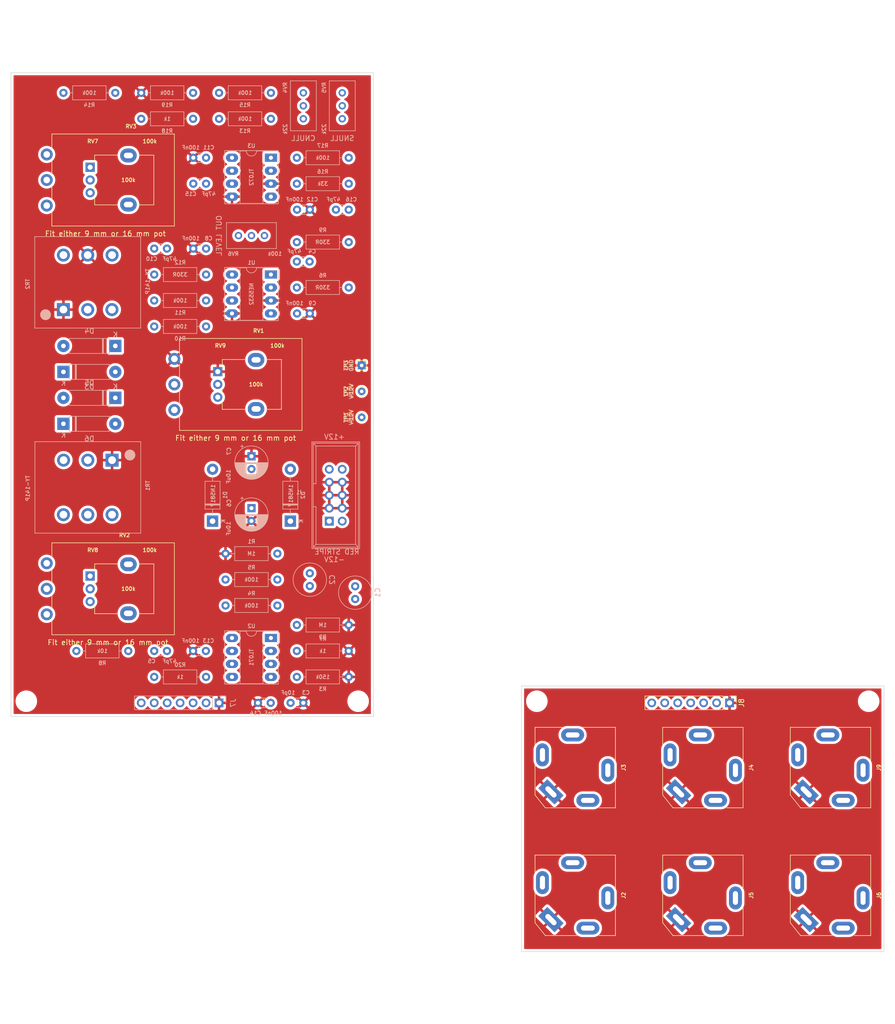
<source format=kicad_pcb>
(kicad_pcb (version 20211014) (generator pcbnew)
  (layers (0 "F.Cu" signal) (31 "B.Cu" signal) (34 "B.Paste" user) (35 "F.Paste" user) (36 "B.SilkS" user "B.Silkscreen") (37 "F.SilkS" user "F.Silkscreen") (38 "B.Mask" user) (39 "F.Mask" user) (44 "Edge.Cuts" user))
  (net 0 "")
  (net 1 "Net-(C1-Pad1)")
  (net 2 "Net-(C2-Pad1)")
  (net 3 "+12V")
  (net 4 "CARRLVL_CCW")
  (net 5 "Net-(C4-Pad2)")
  (net 6 "Net-(C5-Pad1)")
  (net 7 "Net-(C5-Pad2)")
  (net 8 "-12V")
  (net 9 "SIGLVL_CCW")
  (net 10 "Net-(C10-Pad2)")
  (net 11 "Net-(C15-Pad1)")
  (net 12 "Net-(C15-Pad2)")
  (net 13 "Net-(C16-Pad1)")
  (net 14 "Net-(C16-Pad2)")
  (net 15 "Net-(D3-Pad1)")
  (net 16 "Net-(D3-Pad2)")
  (net 17 "Net-(D4-Pad2)")
  (net 18 "Net-(D5-Pad1)")
  (net 19 "UNBAL_WIP")
  (net 20 "CARRLVL_CW")
  (net 21 "SIGLVL_CW")
  (net 22 "Net-(R13-Pad2)")
  (net 23 "Net-(R14-Pad2)")
  (net 24 "Net-(R15-Pad1)")
  (net 30 "GND")
  (net 31 "/Main PCB/+12_IN")
  (net 32 "/Main PCB/-12_IN")
  (net 33 "/Jacks PCB/OUT")
  (net 34 "/Main PCB/LOW SIG IN B")
  (net 35 "/Main PCB/AC CARR IN B")
  (net 36 "/Jacks PCB/HIGH SIG IN")
  (net 37 "GND1")
  (net 38 "/Jacks PCB/LOW SIG IN")
  (net 39 "/Jacks PCB/DC CARR IN")
  (net 40 "/Jacks PCB/AC CARR IN")
  (net 41 "/Main PCB/OUT B")
  (net 42 "/Main PCB/DC CARR IN B")
  (net 43 "/Main PCB/HIGH SIG IN B")
  (net 44 "/Main PCB/PRE OUT B")
  (net 45 "/Jacks PCB/PRE OUT")
  (footprint "Connector_PinHeader_2.54mm:PinHeader_1x07_P2.54mm_Vertical" (layer "F.Cu") (at 195.25 147.32 -90)
    (fp_text reference "J8" (at 0 -2.33 -90) (layer "F.SilkS"))
    (fp_text value "Conn_01x07")
    (pad "1" thru_hole rect locked (at 0 0 270) (size 1.7 1.7) (drill 1) (layers *.Cu *.Mask) (net 37 "GND1"))
    (pad "2" thru_hole oval locked (at 0 2.54 270) (size 1.7 1.7) (drill 1) (layers *.Cu *.Mask) (net 33 "/Jacks PCB/OUT"))
    (pad "3" thru_hole oval locked (at 0 5.08 270) (size 1.7 1.7) (drill 1) (layers *.Cu *.Mask) (net 45 "/Jacks PCB/PRE OUT"))
    (pad "4" thru_hole oval locked (at 0 7.62 270) (size 1.7 1.7) (drill 1) (layers *.Cu *.Mask) (net 39 "/Jacks PCB/DC CARR IN"))
    (pad "5" thru_hole oval locked (at 0 10.16 270) (size 1.7 1.7) (drill 1) (layers *.Cu *.Mask) (net 40 "/Jacks PCB/AC CARR IN"))
    (pad "6" thru_hole oval locked (at 0 12.7 270) (size 1.7 1.7) (drill 1) (layers *.Cu *.Mask) (net 38 "/Jacks PCB/LOW SIG IN"))
    (pad "7" thru_hole oval locked (at 0 15.24 270) (size 1.7 1.7) (drill 1) (layers *.Cu *.Mask) (net 36 "/Jacks PCB/HIGH SIG IN"))
  )
  (footprint "ao_tht:Potentiometer_Alpha_16mm_Single_Vertical" (layer "F.Cu") (at 77.5 125)
    (fp_text reference "RV2" (at -0.77 -10.5) (layer "F.SilkS") (effects (font (size 0.75 0.75))))
    (fp_text value "100k")
    (fp_text user "${VALUE}" (at 0 0) (layer "F.SilkS") (effects (font (size 0.75 0.75))))
    (pad "1" thru_hole circle locked (at -16 -5) (size 2.34 2.34) (drill 1.3) (layers *.Cu *.Mask) (net 4 "CARRLVL_CCW"))
    (pad "2" thru_hole circle locked (at -16 0) (size 2.34 2.34) (drill 1.3) (layers *.Cu *.Mask) (net 20 "CARRLVL_CW"))
    (pad "3" thru_hole circle locked (at -16 5) (size 2.34 2.34) (drill 1.3) (layers *.Cu *.Mask) (net 20 "CARRLVL_CW"))
  )
  (footprint "ao_tht:Jack_6.35mm_PJ_629HAN_slots" (layer "F.Cu") (at 165 185 -90)
    (fp_text reference "J2" (at 0 -9.5 90) (layer "F.SilkS") (effects (font (size 0.75 0.75))))
    (fp_text value "AudioJack2")
    (pad "R" thru_hole oval locked (at 0.5 -6.4 270) (size 4.500001 2.5) (drill oval 2.7 1) (layers *.Cu *.Mask))
    (pad "RN" thru_hole oval locked (at 6.4 -2.5 270) (size 2.500001 4.500001) (drill oval 1 2.7) (layers *.Cu *.Mask))
    (pad "S" thru_hole rect locked (at 4.74 4.74 315) (size 4.500001 2.500001) (drill oval 2.7 1) (layers *.Cu *.Mask) (net 37 "GND1"))
    (pad "T" thru_hole oval locked (at -6.4 0.5 270) (size 2.5 4.5) (drill oval 1 2.7) (layers *.Cu *.Mask) (net 36 "/Jacks PCB/HIGH SIG IN"))
    (pad "TN" thru_hole oval locked (at -2.5 6.4 270) (size 4.5 2.5) (drill oval 2.7 1) (layers *.Cu *.Mask))
  )
  (footprint "ao_tht:Potentiometer_Alpha_16mm_Single_Vertical" (layer "F.Cu") (at 102.5 85)
    (fp_text reference "RV1" (at 0.5 -10.5) (layer "F.SilkS") (effects (font (size 0.75 0.75))))
    (fp_text value "100k")
    (fp_text user "${VALUE}" (at 0 0) (layer "F.SilkS") (effects (font (size 0.75 0.75))))
    (pad "1" thru_hole circle locked (at -16 -5) (size 2.34 2.34) (drill 1.3) (layers *.Cu *.Mask) (net 30 "GND"))
    (pad "2" thru_hole circle locked (at -16 0) (size 2.34 2.34) (drill 1.3) (layers *.Cu *.Mask) (net 19 "UNBAL_WIP"))
    (pad "3" thru_hole circle locked (at -16 5) (size 2.34 2.34) (drill 1.3) (layers *.Cu *.Mask) (net 3 "+12V"))
  )
  (footprint "ao_tht:Jack_6.35mm_PJ_629HAN_slots" (layer "F.Cu") (at 215 160 -90)
    (fp_text reference "J9" (at 0 -9.5 90) (layer "F.SilkS") (effects (font (size 0.75 0.75))))
    (fp_text value "AudioJack2")
    (pad "R" thru_hole oval (at 0.5 -6.4 270) (size 4.500001 2.5) (drill oval 2.7 1) (layers *.Cu *.Mask))
    (pad "RN" thru_hole oval (at 6.4 -2.5 270) (size 2.500001 4.500001) (drill oval 1 2.7) (layers *.Cu *.Mask))
    (pad "S" thru_hole rect (at 4.74 4.74 315) (size 4.500001 2.500001) (drill oval 2.7 1) (layers *.Cu *.Mask) (net 37 "GND1"))
    (pad "T" thru_hole oval (at -6.4 0.5 270) (size 2.5 4.5) (drill oval 1 2.7) (layers *.Cu *.Mask) (net 45 "/Jacks PCB/PRE OUT"))
    (pad "TN" thru_hole oval (at -2.5 6.4 270) (size 4.5 2.5) (drill oval 2.7 1) (layers *.Cu *.Mask))
  )
  (footprint "ringmod_panel:ringmod_panel_holes" (layer "F.Cu") (at 190 110)
    (fp_text reference "GRAF2" hide)
    (fp_text value "Holes" hide)
  )
  (footprint "ao_tht:TestPoint_THTPad_1.5x1.5mm_Drill0.7mm" (layer "F.Cu") (at 123.19 81.28 90)
    (fp_text reference "TP3" (at 0 -3.048 90) (layer "F.SilkS") (effects (font (size 0.75 0.75))))
    (fp_text value "GND")
    (fp_text user "${REFERENCE}" (at 0 -3.048 90) (layer "B.SilkS") (effects (font (size 0.75 0.75)) (justify mirror)))
    (fp_text user "${VALUE}" (at 0 -2.032 90) (layer "B.SilkS") (effects (font (size 0.75 0.75)) (justify mirror)))
    (fp_text user "${VALUE}" (at 0 -2.032 90) (layer "F.SilkS") (effects (font (size 0.75 0.75))))
    (pad "1" thru_hole rect locked (at 0 0 90) (size 1.5 1.5) (drill 0.7) (layers *.Cu *.Mask) (net 30 "GND"))
  )
  (footprint "ringmod_panel:ringmod_panel_holes" (layer "F.Cu") (at 90 110)
    (fp_text reference "GRAF1" hide)
    (fp_text value "Holes" hide)
  )
  (footprint "ao_tht:MountingHole_3.2mm_M3" (layer "F.Cu") (at 157.5 147)
    (fp_text reference "H3" hide)
    (fp_text value "MountingHole")
    (pad "" np_thru_hole circle locked (at 0 0) (size 3.2 3.2) (drill 3.2) (layers *.Cu *.Mask))
  )
  (footprint "ao_tht:MountingHole_3.2mm_M3" (layer "F.Cu") (at 222.5 147)
    (fp_text reference "H4" hide)
    (fp_text value "MountingHole")
    (pad "" np_thru_hole circle locked (at 0 0) (size 3.2 3.2) (drill 3.2) (layers *.Cu *.Mask))
  )
  (footprint "ao_tht:Jack_6.35mm_PJ_629HAN_slots" (layer "F.Cu") (at 190 185 -90)
    (fp_text reference "J5" (at 0 -9.5 90) (layer "F.SilkS") (effects (font (size 0.75 0.75))))
    (fp_text value "AudioJack2")
    (pad "R" thru_hole oval locked (at 0.5 -6.4 270) (size 4.500001 2.5) (drill oval 2.7 1) (layers *.Cu *.Mask))
    (pad "RN" thru_hole oval locked (at 6.4 -2.5 270) (size 2.500001 4.500001) (drill oval 1 2.7) (layers *.Cu *.Mask))
    (pad "S" thru_hole rect locked (at 4.74 4.74 315) (size 4.500001 2.500001) (drill oval 2.7 1) (layers *.Cu *.Mask) (net 37 "GND1"))
    (pad "T" thru_hole oval locked (at -6.4 0.5 270) (size 2.5 4.5) (drill oval 1 2.7) (layers *.Cu *.Mask) (net 40 "/Jacks PCB/AC CARR IN"))
    (pad "TN" thru_hole oval locked (at -2.5 6.4 270) (size 4.5 2.5) (drill oval 2.7 1) (layers *.Cu *.Mask))
  )
  (footprint "ao_tht:Potentiometer_Alpha_RD901F-40-00D_Single_Vertical_centered" (layer "F.Cu") (at 102.5 85)
    (fp_text reference "RV9" (at -6.992 -7.58 180) (layer "F.SilkS") (effects (font (size 0.75 0.75))))
    (fp_text value "100k")
    (fp_text user "${VALUE}" (at 4.184 -7.58) (layer "F.SilkS") (effects (font (size 0.75 0.75))))
    (pad "" thru_hole oval locked (at 0 -4.8 90) (size 2.72 3.24) (drill oval 1.1 1.8) (layers *.Cu *.Mask))
    (pad "" thru_hole oval locked (at 0 4.8 90) (size 2.72 3.24) (drill oval 1.1 1.8) (layers *.Cu *.Mask))
    (pad "1" thru_hole rect locked (at -7.5 -2.5 90) (size 1.8 1.8) (drill 1) (layers *.Cu *.Mask) (net 30 "GND"))
    (pad "2" thru_hole circle locked (at -7.5 0 90) (size 1.8 1.8) (drill 1) (layers *.Cu *.Mask) (net 19 "UNBAL_WIP"))
    (pad "3" thru_hole circle locked (at -7.5 2.5 90) (size 1.8 1.8) (drill 1) (layers *.Cu *.Mask) (net 3 "+12V"))
  )
  (footprint "ao_tht:Potentiometer_Alpha_RD901F-40-00D_Single_Vertical_centered" (layer "F.Cu") (at 77.5 125)
    (fp_text reference "RV8" (at -6.992 -7.58 180) (layer "F.SilkS") (effects (font (size 0.75 0.75))))
    (fp_text value "100k")
    (fp_text user "${VALUE}" (at 4.184 -7.58) (layer "F.SilkS") (effects (font (size 0.75 0.75))))
    (pad "" thru_hole oval locked (at 0 -4.8 90) (size 2.72 3.24) (drill oval 1.1 1.8) (layers *.Cu *.Mask))
    (pad "" thru_hole oval locked (at 0 4.8 90) (size 2.72 3.24) (drill oval 1.1 1.8) (layers *.Cu *.Mask))
    (pad "1" thru_hole rect locked (at -7.5 -2.5 90) (size 1.8 1.8) (drill 1) (layers *.Cu *.Mask) (net 4 "CARRLVL_CCW"))
    (pad "2" thru_hole circle locked (at -7.5 0 90) (size 1.8 1.8) (drill 1) (layers *.Cu *.Mask) (net 20 "CARRLVL_CW"))
    (pad "3" thru_hole circle locked (at -7.5 2.5 90) (size 1.8 1.8) (drill 1) (layers *.Cu *.Mask) (net 20 "CARRLVL_CW"))
  )
  (footprint "ao_tht:Potentiometer_Alpha_RD901F-40-00D_Single_Vertical_centered" (layer "F.Cu") (at 77.5 45)
    (fp_text reference "RV7" (at -6.992 -7.58 180) (layer "F.SilkS") (effects (font (size 0.75 0.75))))
    (fp_text value "100k")
    (fp_text user "${VALUE}" (at 4.184 -7.58) (layer "F.SilkS") (effects (font (size 0.75 0.75))))
    (pad "" thru_hole oval locked (at 0 4.8 90) (size 2.72 3.24) (drill oval 1.1 1.8) (layers *.Cu *.Mask))
    (pad "" thru_hole oval locked (at 0 -4.8 90) (size 2.72 3.24) (drill oval 1.1 1.8) (layers *.Cu *.Mask))
    (pad "1" thru_hole rect locked (at -7.5 -2.5 90) (size 1.8 1.8) (drill 1) (layers *.Cu *.Mask) (net 9 "SIGLVL_CCW"))
    (pad "2" thru_hole circle locked (at -7.5 0 90) (size 1.8 1.8) (drill 1) (layers *.Cu *.Mask) (net 21 "SIGLVL_CW"))
    (pad "3" thru_hole circle locked (at -7.5 2.5 90) (size 1.8 1.8) (drill 1) (layers *.Cu *.Mask) (net 21 "SIGLVL_CW"))
  )
  (footprint "ao_tht:MountingHole_3.2mm_M3" (layer "F.Cu") (at 122.5 147)
    (fp_text reference "H2" hide)
    (fp_text value "MountingHole")
    (pad "" np_thru_hole circle locked (at 0 0) (size 3.2 3.2) (drill 3.2) (layers *.Cu *.Mask))
  )
  (footprint "ao_tht:Jack_6.35mm_PJ_629HAN_slots" (layer "F.Cu") (at 190 160 -90)
    (fp_text reference "J4" (at 0 -9.5 90) (layer "F.SilkS") (effects (font (size 0.75 0.75))))
    (fp_text value "AudioJack2")
    (pad "R" thru_hole oval locked (at 0.5 -6.4 270) (size 4.500001 2.5) (drill oval 2.7 1) (layers *.Cu *.Mask))
    (pad "RN" thru_hole oval locked (at 6.4 -2.5 270) (size 2.500001 4.500001) (drill oval 1 2.7) (layers *.Cu *.Mask))
    (pad "S" thru_hole rect locked (at 4.74 4.74 315) (size 4.500001 2.500001) (drill oval 2.7 1) (layers *.Cu *.Mask) (net 37 "GND1"))
    (pad "T" thru_hole oval locked (at -6.4 0.5 270) (size 2.5 4.5) (drill oval 1 2.7) (layers *.Cu *.Mask) (net 39 "/Jacks PCB/DC CARR IN"))
    (pad "TN" thru_hole oval locked (at -2.5 6.4 270) (size 4.5 2.5) (drill oval 2.7 1) (layers *.Cu *.Mask))
  )
  (footprint "ao_tht:Jack_6.35mm_PJ_629HAN_slots" (layer "F.Cu") (at 215 185 -90)
    (fp_text reference "J6" (at 0 -9.5 90) (layer "F.SilkS") (effects (font (size 0.75 0.75))))
    (fp_text value "AudioJack2")
    (pad "R" thru_hole oval locked (at 0.5 -6.4 270) (size 4.500001 2.5) (drill oval 2.7 1) (layers *.Cu *.Mask))
    (pad "RN" thru_hole oval locked (at 6.4 -2.5 270) (size 2.500001 4.500001) (drill oval 1 2.7) (layers *.Cu *.Mask))
    (pad "S" thru_hole rect locked (at 4.74 4.74 315) (size 4.500001 2.500001) (drill oval 2.7 1) (layers *.Cu *.Mask) (net 37 "GND1"))
    (pad "T" thru_hole oval locked (at -6.4 0.5 270) (size 2.5 4.5) (drill oval 1 2.7) (layers *.Cu *.Mask) (net 33 "/Jacks PCB/OUT"))
    (pad "TN" thru_hole oval locked (at -2.5 6.4 270) (size 4.5 2.5) (drill oval 2.7 1) (layers *.Cu *.Mask))
  )
  (footprint "ao_tht:TestPoint_THTPad_D1.5mm_Drill0.7mm" (layer "F.Cu") (at 123.19 91.44 90)
    (fp_text reference "TP1" (at 0 -3.048 90) (layer "F.SilkS") (effects (font (size 0.75 0.75))))
    (fp_text value "-12V")
    (fp_text user "${VALUE}" (at 0 -2.032 90) (layer "B.SilkS") (effects (font (size 0.75 0.75)) (justify mirror)))
    (fp_text user "${REFERENCE}" (at 0 -3.048 90) (layer "B.SilkS") (effects (font (size 0.75 0.75)) (justify mirror)))
    (fp_text user "${VALUE}" (at 0 -2.032 90) (layer "F.SilkS") (effects (font (size 0.75 0.75))))
    (pad "1" thru_hole circle locked (at 0 0 90) (size 1.5 1.5) (drill 0.7) (layers *.Cu *.Mask) (net 8 "-12V"))
  )
  (footprint "ao_tht:Jack_6.35mm_PJ_629HAN_slots" (layer "F.Cu") (at 165 160 -90)
    (fp_text reference "J3" (at 0 -9.5 90) (layer "F.SilkS") (effects (font (size 0.75 0.75))))
    (fp_text value "AudioJack2")
    (pad "R" thru_hole oval locked (at 0.5 -6.4 270) (size 4.500001 2.5) (drill oval 2.7 1) (layers *.Cu *.Mask))
    (pad "RN" thru_hole oval locked (at 6.4 -2.5 270) (size 2.500001 4.500001) (drill oval 1 2.7) (layers *.Cu *.Mask))
    (pad "S" thru_hole rect locked (at 4.74 4.74 315) (size 4.500001 2.500001) (drill oval 2.7 1) (layers *.Cu *.Mask) (net 37 "GND1"))
    (pad "T" thru_hole oval locked (at -6.4 0.5 270) (size 2.5 4.5) (drill oval 1 2.7) (layers *.Cu *.Mask) (net 38 "/Jacks PCB/LOW SIG IN"))
    (pad "TN" thru_hole oval locked (at -2.5 6.4 270) (size 4.5 2.5) (drill oval 2.7 1) (layers *.Cu *.Mask))
  )
  (footprint "ao_tht:MountingHole_3.2mm_M3" (layer "F.Cu") (at 57.5 147)
    (fp_text reference "H1" hide)
    (fp_text value "MountingHole")
    (pad "" np_thru_hole circle locked (at 0 0) (size 3.2 3.2) (drill 3.2) (layers *.Cu *.Mask))
  )
  (footprint "ao_tht:Potentiometer_Alpha_16mm_Single_Vertical" (layer "F.Cu") (at 77.5 45)
    (fp_text reference "RV3" (at 0.5 -10.5) (layer "F.SilkS") (effects (font (size 0.75 0.75))))
    (fp_text value "100k")
    (fp_text user "${VALUE}" (at 0 0) (layer "F.SilkS") (effects (font (size 0.75 0.75))))
    (pad "1" thru_hole circle locked (at -16 -5) (size 2.34 2.34) (drill 1.3) (layers *.Cu *.Mask) (net 9 "SIGLVL_CCW"))
    (pad "2" thru_hole circle locked (at -16 0) (size 2.34 2.34) (drill 1.3) (layers *.Cu *.Mask) (net 21 "SIGLVL_CW"))
    (pad "3" thru_hole circle locked (at -16 5) (size 2.34 2.34) (drill 1.3) (layers *.Cu *.Mask) (net 21 "SIGLVL_CW"))
  )
  (footprint "ao_tht:TestPoint_THTPad_D1.5mm_Drill0.7mm" (layer "F.Cu") (at 123.19 86.36 90)
    (fp_text reference "TP2" (at 0 -3.048 90) (layer "F.SilkS") (effects (font (size 0.75 0.75))))
    (fp_text value "+12V")
    (fp_text user "${REFERENCE}" (at 0 -3.048 90) (layer "B.SilkS") (effects (font (size 0.75 0.75)) (justify mirror)))
    (fp_text user "${VALUE}" (at 0 -2.032 90) (layer "B.SilkS") (effects (font (size 0.75 0.75)) (justify mirror)))
    (fp_text user "${VALUE}" (at 0 -2.032 90) (layer "F.SilkS") (effects (font (size 0.75 0.75))))
    (pad "1" thru_hole circle locked (at 0 0 90) (size 1.5 1.5) (drill 0.7) (layers *.Cu *.Mask) (net 3 "+12V"))
  )
  (footprint "ao_tht:R_Axial_DIN0207_L6.3mm_D2.5mm_P10.16mm_Horizontal" (layer "B.Cu") (at 67.31 137.16)
    (fp_text reference "R8" (at 5.08 2.37) (layer "B.SilkS") (effects (font (size 0.75 0.75)) (justify mirror)))
    (fp_text value "10k")
    (fp_text user "${VALUE}" (at 5.08 0) (layer "B.SilkS") (effects (font (size 0.75 0.75)) (justify mirror)))
    (pad "1" thru_hole circle locked (at 0 0) (size 1.6 1.6) (drill 0.8) (layers *.Cu *.Mask) (net 6 "Net-(C5-Pad1)"))
    (pad "2" thru_hole oval locked (at 10.16 0) (size 1.6 1.6) (drill 0.8) (layers *.Cu *.Mask) (net 7 "Net-(C5-Pad2)"))
  )
  (footprint "ao_tht:C_Disc_D3.0mm_W1.6mm_P2.50mm" (layer "B.Cu") (at 111.76 147.32 180)
    (fp_text reference "C3" (at -0.5 2) (layer "B.SilkS") (effects (font (size 0.75 0.75)) (justify mirror)))
    (fp_text value "10pF")
    (fp_text user "${VALUE}" (at 3 2) (layer "B.SilkS") (effects (font (size 0.75 0.75)) (justify mirror)))
    (pad "1" thru_hole circle locked (at 0 0 180) (size 1.6 1.6) (drill 0.8) (layers *.Cu *.Mask) (net 30 "GND"))
    (pad "2" thru_hole circle locked (at 2.5 0 180) (size 1.6 1.6) (drill 0.8) (layers *.Cu *.Mask) (net 1 "Net-(C1-Pad1)"))
  )
  (footprint "ao_tht:CP_Radial_D6.3mm_P2.50mm" (layer "B.Cu") (at 101.6 109.22 -90)
    (fp_text reference "C6" (at -1 4.4 -270) (layer "B.SilkS") (effects (font (size 0.75 0.75)) (justify mirror)))
    (fp_text value "10uF")
    (fp_text user "${VALUE}" (at 4 4.5 -270) (layer "B.SilkS") (effects (font (size 0.75 0.75)) (justify mirror)))
    (pad "1" thru_hole rect locked (at 0 0 270) (size 1.6 1.6) (drill 0.8) (layers *.Cu *.Mask) (net 3 "+12V"))
    (pad "2" thru_hole circle locked (at 2.5 0 270) (size 1.6 1.6) (drill 0.8) (layers *.Cu *.Mask) (net 30 "GND"))
  )
  (footprint "ao_tht:R_Axial_DIN0207_L6.3mm_D2.5mm_P10.16mm_Horizontal" (layer "B.Cu") (at 80.01 27.94)
    (fp_text reference "R19" (at 5.08 2.37) (layer "B.SilkS") (effects (font (size 0.75 0.75)) (justify mirror)))
    (fp_text value "100k")
    (fp_text user "${VALUE}" (at 5.08 0) (layer "B.SilkS") (effects (font (size 0.75 0.75)) (justify mirror)))
    (pad "1" thru_hole circle locked (at 0 0) (size 1.6 1.6) (drill 0.8) (layers *.Cu *.Mask) (net 30 "GND"))
    (pad "2" thru_hole oval locked (at 10.16 0) (size 1.6 1.6) (drill 0.8) (layers *.Cu *.Mask) (net 12 "Net-(C15-Pad2)"))
  )
  (footprint "ao_tht:C_Disc_D3.0mm_W1.6mm_P2.50mm" (layer "B.Cu") (at 102.87 147.32)
    (fp_text reference "C14" (at -0.5 2) (layer "B.SilkS") (effects (font (size 0.75 0.75)) (justify mirror)))
    (fp_text value "100nF")
    (fp_text user "${VALUE}" (at 3 2) (layer "B.SilkS") (effects (font (size 0.75 0.75)) (justify mirror)))
    (pad "1" thru_hole circle locked (at 0 0) (size 1.6 1.6) (drill 0.8) (layers *.Cu *.Mask) (net 30 "GND"))
    (pad "2" thru_hole circle locked (at 2.5 0) (size 1.6 1.6) (drill 0.8) (layers *.Cu *.Mask) (net 8 "-12V"))
  )
  (footprint "ringmod:D_DO-7_P10.16mm_Horizontal" (layer "B.Cu") (at 64.77 82.55)
    (fp_text reference "D3" (at 5.08 2.92) (layer "B.SilkS") (effects (justify mirror)))
    (fp_text value "1N695")
    (fp_text user "K" (at 0 2.2) (layer "B.SilkS") (effects (justify mirror)))
    (pad "1" thru_hole rect (at 0 0) (size 2.4 2.4) (drill 0.9) (layers *.Cu *.Mask) (net 15 "Net-(D3-Pad1)"))
    (pad "2" thru_hole oval (at 10.16 0) (size 2.4 2.4) (drill 0.9) (layers *.Cu *.Mask) (net 16 "Net-(D3-Pad2)"))
  )
  (footprint "ao_tht:C_Disc_D3.0mm_W1.6mm_P2.50mm" (layer "B.Cu") (at 113.03 71.12 180)
    (fp_text reference "C9" (at -0.5 2) (layer "B.SilkS") (effects (font (size 0.75 0.75)) (justify mirror)))
    (fp_text value "100nF")
    (fp_text user "${VALUE}" (at 3 2) (layer "B.SilkS") (effects (font (size 0.75 0.75)) (justify mirror)))
    (pad "1" thru_hole circle locked (at 0 0 180) (size 1.6 1.6) (drill 0.8) (layers *.Cu *.Mask) (net 30 "GND"))
    (pad "2" thru_hole circle locked (at 2.5 0 180) (size 1.6 1.6) (drill 0.8) (layers *.Cu *.Mask) (net 8 "-12V"))
  )
  (footprint "ringmod:Transformer_TY-141P" (layer "B.Cu") (at 64.77 70.358 -90)
    (fp_text reference "TR2" (at -5 7 90) (layer "B.SilkS") (effects (font (size 0.75 0.75)) (justify mirror)))
    (fp_text value "TY-141P")
    (fp_text user "${VALUE}" (at -5.5 -16.5 90) (layer "B.SilkS") (effects (font (size 0.75 0.75)) (justify mirror)))
    (pad "1" thru_hole rect (at 0 0 270) (size 2.54 2.54) (drill 1.524) (layers *.Cu *.Mask) (net 30 "GND"))
    (pad "2" thru_hole circle (at 0 -4.7498 270) (size 2.54 2.54) (drill 1.524) (layers *.Cu *.Mask))
    (pad "3" thru_hole circle (at 0 -9.4996 270) (size 2.54 2.54) (drill 1.524) (layers *.Cu *.Mask) (net 24 "Net-(R15-Pad1)"))
    (pad "4" thru_hole circle (at -10.668 -9.525 270) (size 2.54 2.54) (drill 1.524) (layers *.Cu *.Mask) (net 16 "Net-(D3-Pad2)"))
    (pad "5" thru_hole circle (at -10.668 -4.7498 270) (size 2.54 2.54) (drill 1.524) (layers *.Cu *.Mask) (net 30 "GND"))
    (pad "6" thru_hole circle (at -10.668 0 270) (size 2.54 2.54) (drill 1.524) (layers *.Cu *.Mask) (net 18 "Net-(D5-Pad1)"))
  )
  (footprint "ringmod:D_DO-7_P10.16mm_Horizontal" (layer "B.Cu") (at 64.77 92.71)
    (fp_text reference "D6" (at 5.08 2.92 180) (layer "B.SilkS") (effects (justify mirror)))
    (fp_text value "1N695")
    (fp_text user "K" (at 0 2.2 180) (layer "B.SilkS") (effects (justify mirror)))
    (pad "1" thru_hole rect (at 0 0) (size 2.4 2.4) (drill 0.9) (layers *.Cu *.Mask) (net 17 "Net-(D4-Pad2)"))
    (pad "2" thru_hole oval (at 10.16 0) (size 2.4 2.4) (drill 0.9) (layers *.Cu *.Mask) (net 18 "Net-(D5-Pad1)"))
  )
  (footprint "ao_tht:C_Disc_D3.0mm_W1.6mm_P2.50mm" (layer "B.Cu") (at 113.03 50.8 180)
    (fp_text reference "C12" (at -0.5 2) (layer "B.SilkS") (effects (font (size 0.75 0.75)) (justify mirror)))
    (fp_text value "100nF")
    (fp_text user "${VALUE}" (at 3 2) (layer "B.SilkS") (effects (font (size 0.75 0.75)) (justify mirror)))
    (pad "1" thru_hole circle locked (at 0 0 180) (size 1.6 1.6) (drill 0.8) (layers *.Cu *.Mask) (net 30 "GND"))
    (pad "2" thru_hole circle locked (at 2.5 0 180) (size 1.6 1.6) (drill 0.8) (layers *.Cu *.Mask) (net 8 "-12V"))
  )
  (footprint "ao_tht:C_Disc_D3.0mm_W1.6mm_P2.50mm" (layer "B.Cu") (at 82.55 58.42)
    (fp_text reference "C10" (at -0.5 2) (layer "B.SilkS") (effects (font (size 0.75 0.75)) (justify mirror)))
    (fp_text value "47pF")
    (fp_text user "${VALUE}" (at 3 2) (layer "B.SilkS") (effects (font (size 0.75 0.75)) (justify mirror)))
    (pad "1" thru_hole circle locked (at 0 0) (size 1.6 1.6) (drill 0.8) (layers *.Cu *.Mask) (net 9 "SIGLVL_CCW"))
    (pad "2" thru_hole circle locked (at 2.5 0) (size 1.6 1.6) (drill 0.8) (layers *.Cu *.Mask) (net 10 "Net-(C10-Pad2)"))
  )
  (footprint "ao_tht:C_Disc_D3.0mm_W1.6mm_P2.50mm" (layer "B.Cu") (at 90.21 45.72)
    (fp_text reference "C15" (at -0.5 2) (layer "B.SilkS") (effects (font (size 0.75 0.75)) (justify mirror)))
    (fp_text value "47pF")
    (fp_text user "${VALUE}" (at 3 2) (layer "B.SilkS") (effects (font (size 0.75 0.75)) (justify mirror)))
    (pad "1" thru_hole circle locked (at 0 0) (size 1.6 1.6) (drill 0.8) (layers *.Cu *.Mask) (net 11 "Net-(C15-Pad1)"))
    (pad "2" thru_hole circle locked (at 2.5 0) (size 1.6 1.6) (drill 0.8) (layers *.Cu *.Mask) (net 12 "Net-(C15-Pad2)"))
  )
  (footprint "ao_tht:C_Disc_D3.0mm_W1.6mm_P2.50mm" (layer "B.Cu") (at 92.71 40.64 180)
    (fp_text reference "C11" (at -0.5 2) (layer "B.SilkS") (effects (font (size 0.75 0.75)) (justify mirror)))
    (fp_text value "100nF")
    (fp_text user "${VALUE}" (at 3 2) (layer "B.SilkS") (effects (font (size 0.75 0.75)) (justify mirror)))
    (pad "1" thru_hole circle locked (at 0 0 180) (size 1.6 1.6) (drill 0.8) (layers *.Cu *.Mask) (net 3 "+12V"))
    (pad "2" thru_hole circle locked (at 2.5 0 180) (size 1.6 1.6) (drill 0.8) (layers *.Cu *.Mask) (net 30 "GND"))
  )
  (footprint "ao_tht:R_Axial_DIN0207_L6.3mm_D2.5mm_P10.16mm_Horizontal" (layer "B.Cu") (at 80.01 33.02)
    (fp_text reference "R18" (at 5.08 2.37) (layer "B.SilkS") (effects (font (size 0.75 0.75)) (justify mirror)))
    (fp_text value "1k")
    (fp_text user "${VALUE}" (at 5.08 0) (layer "B.SilkS") (effects (font (size 0.75 0.75)) (justify mirror)))
    (pad "1" thru_hole circle locked (at 0 0) (size 1.6 1.6) (drill 0.8) (layers *.Cu *.Mask) (net 12 "Net-(C15-Pad2)"))
    (pad "2" thru_hole oval locked (at 10.16 0) (size 1.6 1.6) (drill 0.8) (layers *.Cu *.Mask) (net 41 "/Main PCB/OUT B"))
  )
  (footprint "ao_tht:R_Axial_DIN0207_L6.3mm_D2.5mm_P10.16mm_Horizontal" (layer "B.Cu") (at 120.65 45.72 180)
    (fp_text reference "R16" (at 5.08 2.37) (layer "B.SilkS") (effects (font (size 0.75 0.75)) (justify mirror)))
    (fp_text value "33k")
    (fp_text user "${VALUE}" (at 5.08 0) (layer "B.SilkS") (effects (font (size 0.75 0.75)) (justify mirror)))
    (pad "1" thru_hole circle locked (at 0 0 180) (size 1.6 1.6) (drill 0.8) (layers *.Cu *.Mask) (net 14 "Net-(C16-Pad2)"))
    (pad "2" thru_hole oval locked (at 10.16 0 180) (size 1.6 1.6) (drill 0.8) (layers *.Cu *.Mask) (net 11 "Net-(C15-Pad1)"))
  )
  (footprint "ao_tht:R_Axial_DIN0207_L6.3mm_D2.5mm_P10.16mm_Horizontal" (layer "B.Cu") (at 120.65 57.15 180)
    (fp_text reference "R9" (at 5.08 2.37) (layer "B.SilkS") (effects (font (size 0.75 0.75)) (justify mirror)))
    (fp_text value "330R")
    (fp_text user "${VALUE}" (at 5.08 0) (layer "B.SilkS") (effects (font (size 0.75 0.75)) (justify mirror)))
    (pad "1" thru_hole circle locked (at 0 0 180) (size 1.6 1.6) (drill 0.8) (layers *.Cu *.Mask) (net 5 "Net-(C4-Pad2)"))
    (pad "2" thru_hole oval locked (at 10.16 0 180) (size 1.6 1.6) (drill 0.8) (layers *.Cu *.Mask) (net 20 "CARRLVL_CW"))
  )
  (footprint "ao_tht:R_Axial_DIN0207_L6.3mm_D2.5mm_P10.16mm_Horizontal" (layer "B.Cu") (at 82.55 68.58)
    (fp_text reference "R11" (at 5.08 2.37) (layer "B.SilkS") (effects (font (size 0.75 0.75)) (justify mirror)))
    (fp_text value "100k")
    (fp_text user "${VALUE}" (at 5.08 0) (layer "B.SilkS") (effects (font (size 0.75 0.75)) (justify mirror)))
    (pad "1" thru_hole circle locked (at 0 0) (size 1.6 1.6) (drill 0.8) (layers *.Cu *.Mask) (net 7 "Net-(C5-Pad2)"))
    (pad "2" thru_hole oval locked (at 10.16 0) (size 1.6 1.6) (drill 0.8) (layers *.Cu *.Mask) (net 9 "SIGLVL_CCW"))
  )
  (footprint "ao_tht:R_Axial_DIN0207_L6.3mm_D2.5mm_P10.16mm_Horizontal" (layer "B.Cu") (at 92.71 63.5 180)
    (fp_text reference "R12" (at 5.08 2.37) (layer "B.SilkS") (effects (font (size 0.75 0.75)) (justify mirror)))
    (fp_text value "330R")
    (fp_text user "${VALUE}" (at 5.08 0) (layer "B.SilkS") (effects (font (size 0.75 0.75)) (justify mirror)))
    (pad "1" thru_hole circle locked (at 0 0 180) (size 1.6 1.6) (drill 0.8) (layers *.Cu *.Mask) (net 10 "Net-(C10-Pad2)"))
    (pad "2" thru_hole oval locked (at 10.16 0 180) (size 1.6 1.6) (drill 0.8) (layers *.Cu *.Mask) (net 21 "SIGLVL_CW"))
  )
  (footprint "ao_tht:C_Disc_D3.0mm_W1.6mm_P2.50mm" (layer "B.Cu") (at 120.65 50.8 180)
    (fp_text reference "C16" (at -0.5 2) (layer "B.SilkS") (effects (font (size 0.75 0.75)) (justify mirror)))
    (fp_text value "47pF")
    (fp_text user "${VALUE}" (at 3 2) (layer "B.SilkS") (effects (font (size 0.75 0.75)) (justify mirror)))
    (pad "1" thru_hole circle locked (at 0 0 180) (size 1.6 1.6) (drill 0.8) (layers *.Cu *.Mask) (net 13 "Net-(C16-Pad1)"))
    (pad "2" thru_hole circle locked (at 2.5 0 180) (size 1.6 1.6) (drill 0.8) (layers *.Cu *.Mask) (net 14 "Net-(C16-Pad2)"))
  )
  (footprint "ao_tht:Potentiometer_Bourns_3296W_Vertical_standard" (layer "B.Cu") (at 111.76 33.02 -90)
    (fp_text reference "RV4" (at -6.096 3.556 90) (layer "B.SilkS") (effects (font (size 0.75 0.75)) (justify mirror)))
    (fp_text value "22k")
    (fp_text user "${VALUE}" (at 2.032 3.556 90) (layer "B.SilkS") (effects (font (size 0.75 0.75)) (justify mirror)))
    (pad "1" thru_hole circle locked (at 0 0 270) (size 1.44 1.44) (drill 0.8) (layers *.Cu *.Mask) (net 11 "Net-(C15-Pad1)"))
    (pad "2" thru_hole circle locked (at -2.54 0 270) (size 1.44 1.44) (drill 0.8) (layers *.Cu *.Mask) (net 22 "Net-(R13-Pad2)"))
    (pad "3" thru_hole circle locked (at -5.08 0 270) (size 1.44 1.44) (drill 0.8) (layers *.Cu *.Mask) (net 13 "Net-(C16-Pad1)"))
  )
  (footprint "Capacitor_THT:C_Radial_D6.3mm_H11.0mm_P2.50mm" (layer "B.Cu") (at 121.92 127 90)
    (fp_text reference "C1" (at 1.25 4.4 90) (layer "B.SilkS") (effects (justify mirror)))
    (fp_text value "10uF")
    (pad "1" thru_hole circle locked (at 0 0 90) (size 1.6 1.6) (drill 0.8) (layers *.Cu *.Mask) (net 1 "Net-(C1-Pad1)"))
    (pad "2" thru_hole circle locked (at 2.5 0 90) (size 1.6 1.6) (drill 0.8) (layers *.Cu *.Mask) (net 34 "/Main PCB/LOW SIG IN B"))
  )
  (footprint "ao_tht:C_Disc_D3.0mm_W1.6mm_P2.50mm" (layer "B.Cu") (at 92.71 58.42 180)
    (fp_text reference "C8" (at -0.5 2) (layer "B.SilkS") (effects (font (size 0.75 0.75)) (justify mirror)))
    (fp_text value "100nF")
    (fp_text user "${VALUE}" (at 3 2) (layer "B.SilkS") (effects (font (size 0.75 0.75)) (justify mirror)))
    (pad "1" thru_hole circle locked (at 0 0 180) (size 1.6 1.6) (drill 0.8) (layers *.Cu *.Mask) (net 3 "+12V"))
    (pad "2" thru_hole circle locked (at 2.5 0 180) (size 1.6 1.6) (drill 0.8) (layers *.Cu *.Mask) (net 30 "GND"))
  )
  (footprint "ao_tht:R_Axial_DIN0207_L6.3mm_D2.5mm_P10.16mm_Horizontal" (layer "B.Cu") (at 95.25 27.94)
    (fp_text reference "R15" (at 5.08 2.37) (layer "B.SilkS") (effects (font (size 0.75 0.75)) (justify mirror)))
    (fp_text value "100k")
    (fp_text user "${VALUE}" (at 5.08 0) (layer "B.SilkS") (effects (font (size 0.75 0.75)) (justify mirror)))
    (pad "1" thru_hole circle locked (at 0 0) (size 1.6 1.6) (drill 0.8) (layers *.Cu *.Mask) (net 24 "Net-(R15-Pad1)"))
    (pad "2" thru_hole oval locked (at 10.16 0) (size 1.6 1.6) (drill 0.8) (layers *.Cu *.Mask) (net 13 "Net-(C16-Pad1)"))
  )
  (footprint "ao_tht:Power_Header" (layer "B.Cu") (at 116.84 111.76)
    (fp_text reference "J1" (at -5.85 -5.67) (layer "B.SilkS") (effects (font (size 0.75 0.75)) (justify mirror)))
    (fp_text value "Synth_power_2x5")
    (fp_text user "+12V" (at 1 -16.5) (layer "B.SilkS") (effects (justify mirror)))
    (fp_text user "RED STRIPE" (at 1.5 6) (layer "B.SilkS") (effects (justify mirror)))
    (fp_text user "-12V" (at 1 7.5) (layer "B.SilkS") (effects (justify mirror)))
    (pad "1" thru_hole rect locked (at 0 0) (size 1.7272 1.7272) (drill 1.016) (layers *.Cu *.Mask) (net 32 "/Main PCB/-12_IN"))
    (pad "2" thru_hole oval locked (at 2.54 0) (size 1.7272 1.7272) (drill 1.016) (layers *.Cu *.Mask) (net 32 "/Main PCB/-12_IN"))
    (pad "3" thru_hole oval locked (at 0 -2.54) (size 1.7272 1.7272) (drill 1.016) (layers *.Cu *.Mask) (net 30 "GND"))
    (pad "4" thru_hole oval locked (at 2.54 -2.54) (size 1.7272 1.7272) (drill 1.016) (layers *.Cu *.Mask) (net 30 "GND"))
    (pad "5" thru_hole oval locked (at 0 -5.08) (size 1.7272 1.7272) (drill 1.016) (layers *.Cu *.Mask) (net 30 "GND"))
    (pad "6" thru_hole oval locked (at 2.54 -5.08) (size 1.7272 1.7272) (drill 1.016) (layers *.Cu *.Mask) (net 30 "GND"))
    (pad "7" thru_hole oval locked (at 0 -7.62) (size 1.7272 1.7272) (drill 1.016) (layers *.Cu *.Mask) (net 30 "GND"))
    (pad "8" thru_hole oval locked (at 2.54 -7.62) (size 1.7272 1.7272) (drill 1.016) (layers *.Cu *.Mask) (net 30 "GND"))
    (pad "9" thru_hole oval locked (at 0 -10.16) (size 1.7272 1.7272) (drill 1.016) (layers *.Cu *.Mask) (net 31 "/Main PCB/+12_IN"))
    (pad "10" thru_hole oval locked (at 2.54 -10.16) (size 1.7272 1.7272) (drill 1.016) (layers *.Cu *.Mask) (net 31 "/Main PCB/+12_IN"))
  )
  (footprint "ao_tht:Potentiometer_Bourns_3296W_Vertical_standard" (layer "B.Cu") (at 104.14 55.88)
    (fp_text reference "RV6" (at -6.096 3.556) (layer "B.SilkS") (effects (font (size 0.75 0.75)) (justify mirror)))
    (fp_text value "100k")
    (fp_text user "${VALUE}" (at 2.032 3.556) (layer "B.SilkS") (effects (font (size 0.75 0.75)) (justify mirror)))
    (pad "1" thru_hole circle locked (at 0 0) (size 1.44 1.44) (drill 0.8) (layers *.Cu *.Mask) (net 11 "Net-(C15-Pad1)"))
    (pad "2" thru_hole circle locked (at -2.54 0) (size 1.44 1.44) (drill 0.8) (layers *.Cu *.Mask) (net 41 "/Main PCB/OUT B"))
    (pad "3" thru_hole circle locked (at -5.08 0) (size 1.44 1.44) (drill 0.8) (layers *.Cu *.Mask) (net 41 "/Main PCB/OUT B"))
  )
  (footprint "ao_tht:CP_Radial_D6.3mm_P2.50mm" (layer "B.Cu") (at 101.6 99.06 -90)
    (fp_text reference "C7" (at -1 4.4 -270) (layer "B.SilkS") (effects (font (size 0.75 0.75)) (justify mirror)))
    (fp_text value "10uF")
    (fp_text user "${VALUE}" (at 4 4.5 -270) (layer "B.SilkS") (effects (font (size 0.75 0.75)) (justify mirror)))
    (pad "1" thru_hole rect locked (at 0 0 270) (size 1.6 1.6) (drill 0.8) (layers *.Cu *.Mask) (net 30 "GND"))
    (pad "2" thru_hole circle locked (at 2.5 0 270) (size 1.6 1.6) (drill 0.8) (layers *.Cu *.Mask) (net 8 "-12V"))
  )
  (footprint "ringmod:Transformer_TY-141P" (layer "B.Cu") (at 74.295 99.822 90)
    (fp_text reference "TR1" (at -5 7 90) (layer "B.SilkS") (effects (font (size 0.75 0.75)) (justify mirror)))
    (fp_text value "TY-141P")
    (fp_text user "${VALUE}" (at -5.5 -16.5 90) (layer "B.SilkS") (effects (font (size 0.75 0.75)) (justify mirror)))
    (pad "1" thru_hole rect (at 0 0 90) (size 2.54 2.54) (drill 1.524) (layers *.Cu *.Mask) (net 30 "GND"))
    (pad "2" thru_hole circle (at 0 -4.7498 90) (size 2.54 2.54) (drill 1.524) (layers *.Cu *.Mask))
    (pad "3" thru_hole circle (at 0 -9.4996 90) (size 2.54 2.54) (drill 1.524) (layers *.Cu *.Mask) (net 21 "SIGLVL_CW"))
    (pad "4" thru_hole circle (at -10.668 -9.525 90) (size 2.54 2.54) (drill 1.524) (layers *.Cu *.Mask) (net 17 "Net-(D4-Pad2)"))
    (pad "5" thru_hole circle (at -10.668 -4.7498 90) (size 2.54 2.54) (drill 1.524) (layers *.Cu *.Mask) (net 20 "CARRLVL_CW"))
    (pad "6" thru_hole circle (at -10.668 0 90) (size 2.54 2.54) (drill 1.524) (layers *.Cu *.Mask) (net 15 "Net-(D3-Pad1)"))
  )
  (footprint "ao_tht:D_DO-41_SOD81_P10.16mm_Horizontal" (layer "B.Cu") (at 109.22 111.76 90)
    (fp_text reference "D2" (at 5.08 2.47 90) (layer "B.SilkS") (effects (font (size 0.75 0.75)) (justify mirror)))
    (fp_text value "1N5817")
    (fp_text user "K" (at 0 2.1 90) (layer "B.SilkS") (effects (font (size 0.75 0.75)) (justify mirror)))
    (fp_text user "${VALUE}" (at 5 0.1 90) (layer "B.SilkS") (effects (font (size 0.75 0.75)) (justify mirror)))
    (pad "1" thru_hole rect locked (at 0 0 90) (size 2.2 2.2) (drill 1.1) (layers *.Cu *.Mask) (net 32 "/Main PCB/-12_IN"))
    (pad "2" thru_hole oval locked (at 10.16 0 90) (size 2.2 2.2) (drill 1.1) (layers *.Cu *.Mask) (net 8 "-12V"))
  )
  (footprint "ao_tht:Potentiometer_Bourns_3296W_Vertical_standard" (layer "B.Cu") (at 119.38 33.02 -90)
    (fp_text reference "RV5" (at -6.096 3.556 90) (layer "B.SilkS") (effects (font (size 0.75 0.75)) (justify mirror)))
    (fp_text value "22k")
    (fp_text user "${VALUE}" (at 2.032 3.556 90) (layer "B.SilkS") (effects (font (size 0.75 0.75)) (justify mirror)))
    (pad "1" thru_hole circle locked (at 0 0 270) (size 1.44 1.44) (drill 0.8) (layers *.Cu *.Mask) (net 11 "Net-(C15-Pad1)"))
    (pad "2" thru_hole circle locked (at -2.54 0 270) (size 1.44 1.44) (drill 0.8) (layers *.Cu *.Mask) (net 23 "Net-(R14-Pad2)"))
    (pad "3" thru_hole circle locked (at -5.08 0 270) (size 1.44 1.44) (drill 0.8) (layers *.Cu *.Mask) (net 13 "Net-(C16-Pad1)"))
  )
  (footprint "ao_tht:R_Axial_DIN0207_L6.3mm_D2.5mm_P10.16mm_Horizontal" (layer "B.Cu") (at 106.68 118.11 180)
    (fp_text reference "R1" (at 5.08 2.37) (layer "B.SilkS") (effects (font (size 0.75 0.75)) (justify mirror)))
    (fp_text value "1M")
    (fp_text user "${VALUE}" (at 5.08 0) (layer "B.SilkS") (effects (font (size 0.75 0.75)) (justify mirror)))
    (pad "1" thru_hole circle locked (at 0 0 180) (size 1.6 1.6) (drill 0.8) (layers *.Cu *.Mask) (net 35 "/Main PCB/AC CARR IN B"))
    (pad "2" thru_hole oval locked (at 10.16 0 180) (size 1.6 1.6) (drill 0.8) (layers *.Cu *.Mask) (net 30 "GND"))
  )
  (footprint "ringmod:D_DO-7_P10.16mm_Horizontal" (layer "B.Cu") (at 74.93 77.47 180)
    (fp_text reference "D4" (at 5.08 2.92) (layer "B.SilkS") (effects (justify mirror)))
    (fp_text value "1N695")
    (fp_text user "K" (at 0 2.2) (layer "B.SilkS") (effects (justify mirror)))
    (pad "1" thru_hole rect (at 0 0 180) (size 2.4 2.4) (drill 0.9) (layers *.Cu *.Mask) (net 16 "Net-(D3-Pad2)"))
    (pad "2" thru_hole oval (at 10.16 0 180) (size 2.4 2.4) (drill 0.9) (layers *.Cu *.Mask) (net 17 "Net-(D4-Pad2)"))
  )
  (footprint "Capacitor_THT:C_Radial_D6.3mm_H11.0mm_P2.50mm" (layer "B.Cu") (at 113.03 124.46 90)
    (fp_text reference "C2" (at 1.25 4.4 90) (layer "B.SilkS") (effects (justify mirror)))
    (fp_text value "10uF")
    (pad "1" thru_hole circle locked (at 0 0 90) (size 1.6 1.6) (drill 0.8) (layers *.Cu *.Mask) (net 2 "Net-(C2-Pad1)"))
    (pad "2" thru_hole circle locked (at 2.5 0 90) (size 1.6 1.6) (drill 0.8) (layers *.Cu *.Mask) (net 35 "/Main PCB/AC CARR IN B"))
  )
  (footprint "Connector_PinSocket_2.54mm:PinSocket_1x07_P2.54mm_Vertical" (layer "B.Cu") (at 95.25 147.32 90)
    (fp_text reference "J7" (at 0 2.77 270) (layer "B.SilkS") (effects (justify mirror)))
    (fp_text value "Conn_01x07")
    (pad "1" thru_hole rect locked (at 0 0 90) (size 1.7 1.7) (drill 1) (layers *.Cu *.Mask) (net 30 "GND"))
    (pad "2" thru_hole oval locked (at 0 -2.54 90) (size 1.7 1.7) (drill 1) (layers *.Cu *.Mask) (net 41 "/Main PCB/OUT B"))
    (pad "3" thru_hole oval locked (at 0 -5.08 90) (size 1.7 1.7) (drill 1) (layers *.Cu *.Mask) (net 44 "/Main PCB/PRE OUT B"))
    (pad "4" thru_hole oval locked (at 0 -7.62 90) (size 1.7 1.7) (drill 1) (layers *.Cu *.Mask) (net 42 "/Main PCB/DC CARR IN B"))
    (pad "5" thru_hole oval locked (at 0 -10.16 90) (size 1.7 1.7) (drill 1) (layers *.Cu *.Mask) (net 35 "/Main PCB/AC CARR IN B"))
    (pad "6" thru_hole oval locked (at 0 -12.7 90) (size 1.7 1.7) (drill 1) (layers *.Cu *.Mask) (net 34 "/Main PCB/LOW SIG IN B"))
    (pad "7" thru_hole oval locked (at 0 -15.24 90) (size 1.7 1.7) (drill 1) (layers *.Cu *.Mask) (net 43 "/Main PCB/HIGH SIG IN B"))
  )
  (footprint "ao_tht:DIP-8_W7.62mm_Socket_LongPads" (layer "B.Cu") (at 105.41 63.5 180)
    (fp_text reference "U1" (at 3.81 2.33) (layer "B.SilkS") (effects (font (size 0.75 0.75)) (justify mirror)))
    (fp_text value "NE5532")
    (fp_text user "${VALUE}" (at 3.81 -3.81 90) (layer "B.SilkS") (effects (font (size 0.75 0.75)) (justify mirror)))
    (pad "1" thru_hole rect locked (at 0 0 180) (size 2.4 1.6) (drill 0.8) (layers *.Cu *.Mask) (net 5 "Net-(C4-Pad2)"))
    (pad "2" thru_hole oval locked (at 0 -2.54 180) (size 2.4 1.6) (drill 0.8) (layers *.Cu *.Mask) (net 4 "CARRLVL_CCW"))
    (pad "3" thru_hole oval locked (at 0 -5.08 180) (size 2.4 1.6) (drill 0.8) (layers *.Cu *.Mask) (net 30 "GND"))
    (pad "4" thru_hole oval locked (at 0 -7.62 180) (size 2.4 1.6) (drill 0.8) (layers *.Cu *.Mask) (net 8 "-12V"))
    (pad "5" thru_hole oval locked (at 7.62 -7.62 180) (size 2.4 1.6) (drill 0.8) (layers *.Cu *.Mask) (net 30 "GND"))
    (pad "6" thru_hole oval locked (at 7.62 -5.08 180) (size 2.4 1.6) (drill 0.8) (layers *.Cu *.Mask) (net 9 "SIGLVL_CCW"))
    (pad "7" thru_hole oval locked (at 7.62 -2.54 180) (size 2.4 1.6) (drill 0.8) (layers *.Cu *.Mask) (net 10 "Net-(C10-Pad2)"))
    (pad "8" thru_hole oval locked (at 7.62 0 180) (size 2.4 1.6) (drill 0.8) (layers *.Cu *.Mask) (net 3 "+12V"))
  )
  (footprint "ao_tht:R_Axial_DIN0207_L6.3mm_D2.5mm_P10.16mm_Horizontal" (layer "B.Cu") (at 106.68 123.19 180)
    (fp_text reference "R5" (at 5.08 2.37) (layer "B.SilkS") (effects (font (size 0.75 0.75)) (justify mirror)))
    (fp_text value "100k")
    (fp_text user "${VALUE}" (at 5.08 0) (layer "B.SilkS") (effects (font (size 0.75 0.75)) (justify mirror)))
    (pad "1" thru_hole circle locked (at 0 0 180) (size 1.6 1.6) (drill 0.8) (layers *.Cu *.Mask) (net 2 "Net-(C2-Pad1)"))
    (pad "2" thru_hole oval locked (at 10.16 0 180) (size 1.6 1.6) (drill 0.8) (layers *.Cu *.Mask) (net 4 "CARRLVL_CCW"))
  )
  (footprint "ao_tht:C_Disc_D3.0mm_W1.6mm_P2.50mm" (layer "B.Cu") (at 82.55 137.16)
    (fp_text reference "C5" (at -0.5 2) (layer "B.SilkS") (effects (font (size 0.75 0.75)) (justify mirror)))
    (fp_text value "47pF")
    (fp_text user "${VALUE}" (at 3 2) (layer "B.SilkS") (effects (font (size 0.75 0.75)) (justify mirror)))
    (pad "1" thru_hole circle locked (at 0 0) (size 1.6 1.6) (drill 0.8) (layers *.Cu *.Mask) (net 6 "Net-(C5-Pad1)"))
    (pad "2" thru_hole circle locked (at 2.5 0) (size 1.6 1.6) (drill 0.8) (layers *.Cu *.Mask) (net 7 "Net-(C5-Pad2)"))
  )
  (footprint "ao_tht:R_Axial_DIN0207_L6.3mm_D2.5mm_P10.16mm_Horizontal" (layer "B.Cu") (at 120.65 40.64 180)
    (fp_text reference "R17" (at 5.08 2.37) (layer "B.SilkS") (effects (font (size 0.75 0.75)) (justify mirror)))
    (fp_text value "100k")
    (fp_text user "${VALUE}" (at 5.08 0) (layer "B.SilkS") (effects (font (size 0.75 0.75)) (justify mirror)))
    (pad "1" thru_hole circle locked (at 0 0 180) (size 1.6 1.6) (drill 0.8) (layers *.Cu *.Mask) (net 13 "Net-(C16-Pad1)"))
    (pad "2" thru_hole oval locked (at 10.16 0 180) (size 1.6 1.6) (drill 0.8) (layers *.Cu *.Mask) (net 14 "Net-(C16-Pad2)"))
  )
  (footprint "ao_tht:C_Disc_D3.0mm_W1.6mm_P2.50mm" (layer "B.Cu") (at 92.67 137.16 180)
    (fp_text reference "C13" (at -0.5 2) (layer "B.SilkS") (effects (font (size 0.75 0.75)) (justify mirror)))
    (fp_text value "100nF")
    (fp_text user "${VALUE}" (at 3 2) (layer "B.SilkS") (effects (font (size 0.75 0.75)) (justify mirror)))
    (pad "1" thru_hole circle locked (at 0 0 180) (size 1.6 1.6) (drill 0.8) (layers *.Cu *.Mask) (net 3 "+12V"))
    (pad "2" thru_hole circle locked (at 2.5 0 180) (size 1.6 1.6) (drill 0.8) (layers *.Cu *.Mask) (net 30 "GND"))
  )
  (footprint "ao_tht:R_Axial_DIN0207_L6.3mm_D2.5mm_P10.16mm_Horizontal" (layer "B.Cu") (at 64.77 27.94)
    (fp_text reference "R14" (at 5.08 2.37) (layer "B.SilkS") (effects (font (size 0.75 0.75)) (justify mirror)))
    (fp_text value "100k")
    (fp_text user "${VALUE}" (at 5.08 0) (layer "B.SilkS") (effects (font (size 0.75 0.75)) (justify mirror)))
    (pad "1" thru_hole circle locked (at 0 0) (size 1.6 1.6) (drill 0.8) (layers *.Cu *.Mask) (net 21 "SIGLVL_CW"))
    (pad "2" thru_hole oval locked (at 10.16 0) (size 1.6 1.6) (drill 0.8) (layers *.Cu *.Mask) (net 23 "Net-(R14-Pad2)"))
  )
  (footprint "ao_tht:R_Axial_DIN0207_L6.3mm_D2.5mm_P10.16mm_Horizontal" (layer "B.Cu") (at 110.49 132.08)
    (fp_text reference "R2" (at 5.08 2.37) (layer "B.SilkS") (effects (font (size 0.75 0.75)) (justify mirror)))
    (fp_text value "1M")
    (fp_text user "${VALUE}" (at 5.08 0) (layer "B.SilkS") (effects (font (size 0.75 0.75)) (justify mirror)))
    (pad "1" thru_hole circle locked (at 0 0) (size 1.6 1.6) (drill 0.8) (layers *.Cu *.Mask) (net 34 "/Main PCB/LOW SIG IN B"))
    (pad "2" thru_hole oval locked (at 10.16 0) (size 1.6 1.6) (drill 0.8) (layers *.Cu *.Mask) (net 30 "GND"))
  )
  (footprint "ao_tht:DIP-8_W7.62mm_Socket_LongPads" (layer "B.Cu") (at 105.41 40.64 180)
    (fp_text reference "U3" (at 3.81 2.33) (layer "B.SilkS") (effects (font (size 0.75 0.75)) (justify mirror)))
    (fp_text value "TL072")
    (fp_text user "${VALUE}" (at 3.81 -3.81 90) (layer "B.SilkS") (effects (font (size 0.75 0.75)) (justify mirror)))
    (pad "1" thru_hole rect locked (at 0 0 180) (size 2.4 1.6) (drill 0.8) (layers *.Cu *.Mask) (net 14 "Net-(C16-Pad2)"))
    (pad "2" thru_hole oval locked (at 0 -2.54 180) (size 2.4 1.6) (drill 0.8) (layers *.Cu *.Mask) (net 13 "Net-(C16-Pad1)"))
    (pad "3" thru_hole oval locked (at 0 -5.08 180) (size 2.4 1.6) (drill 0.8) (layers *.Cu *.Mask) (net 30 "GND"))
    (pad "4" thru_hole oval locked (at 0 -7.62 180) (size 2.4 1.6) (drill 0.8) (layers *.Cu *.Mask) (net 8 "-12V"))
    (pad "5" thru_hole oval locked (at 7.62 -7.62 180) (size 2.4 1.6) (drill 0.8) (layers *.Cu *.Mask) (net 30 "GND"))
    (pad "6" thru_hole oval locked (at 7.62 -5.08 180) (size 2.4 1.6) (drill 0.8) (layers *.Cu *.Mask) (net 11 "Net-(C15-Pad1)"))
    (pad "7" thru_hole oval locked (at 7.62 -2.54 180) (size 2.4 1.6) (drill 0.8) (layers *.Cu *.Mask) (net 12 "Net-(C15-Pad2)"))
    (pad "8" thru_hole oval locked (at 7.62 0 180) (size 2.4 1.6) (drill 0.8) (layers *.Cu *.Mask) (net 3 "+12V"))
  )
  (footprint "ao_tht:R_Axial_DIN0207_L6.3mm_D2.5mm_P10.16mm_Horizontal" (layer "B.Cu") (at 82.55 73.66)
    (fp_text reference "R10" (at 5.08 2.37) (layer "B.SilkS") (effects (font (size 0.75 0.75)) (justify mirror)))
    (fp_text value "100k")
    (fp_text user "${VALUE}" (at 5.08 0) (layer "B.SilkS") (effects (font (size 0.75 0.75)) (justify mirror)))
    (pad "1" thru_hole circle locked (at 0 0) (size 1.6 1.6) (drill 0.8) (layers *.Cu *.Mask) (net 43 "/Main PCB/HIGH SIG IN B"))
    (pad "2" thru_hole oval locked (at 10.16 0) (size 1.6 1.6) (drill 0.8) (layers *.Cu *.Mask) (net 9 "SIGLVL_CCW"))
  )
  (footprint "ao_tht:R_Axial_DIN0207_L6.3mm_D2.5mm_P10.16mm_Horizontal" (layer "B.Cu") (at 120.65 66.04 180)
    (fp_text reference "R6" (at 5.08 2.37) (layer "B.SilkS") (effects (font (size 0.75 0.75)) (justify mirror)))
    (fp_text value "330R")
    (fp_text user "${VALUE}" (at 5.08 0) (layer "B.SilkS") (effects (font (size 0.75 0.75)) (justify mirror)))
    (pad "1" thru_hole circle locked (at 0 0 180) (size 1.6 1.6) (drill 0.8) (layers *.Cu *.Mask) (net 19 "UNBAL_WIP"))
    (pad "2" thru_hole oval locked (at 10.16 0 180) (size 1.6 1.6) (drill 0.8) (layers *.Cu *.Mask) (net 4 "CARRLVL_CCW"))
  )
  (footprint "ao_tht:R_Axial_DIN0207_L6.3mm_D2.5mm_P10.16mm_Horizontal" (layer "B.Cu") (at 95.25 33.02)
    (fp_text reference "R13" (at 5.08 2.37) (layer "B.SilkS") (effects (font (size 0.75 0.75)) (justify mirror)))
    (fp_text value "100k")
    (fp_text user "${VALUE}" (at 5.08 0) (layer "B.SilkS") (effects (font (size 0.75 0.75)) (justify mirror)))
    (pad "1" thru_hole circle locked (at 0 0) (size 1.6 1.6) (drill 0.8) (layers *.Cu *.Mask) (net 20 "CARRLVL_CW"))
    (pad "2" thru_hole oval locked (at 10.16 0) (size 1.6 1.6) (drill 0.8) (layers *.Cu *.Mask) (net 22 "Net-(R13-Pad2)"))
  )
  (footprint "ringmod:D_DO-7_P10.16mm_Horizontal" (layer "B.Cu") (at 74.93 87.63 180)
    (fp_text reference "D5" (at 5.08 2.92) (layer "B.SilkS") (effects (justify mirror)))
    (fp_text value "1N695")
    (fp_text user "K" (at 0 2.2) (layer "B.SilkS") (effects (justify mirror)))
    (pad "1" thru_hole rect (at 0 0 180) (size 2.4 2.4) (drill 0.9) (layers *.Cu *.Mask) (net 18 "Net-(D5-Pad1)"))
    (pad "2" thru_hole oval (at 10.16 0 180) (size 2.4 2.4) (drill 0.9) (layers *.Cu *.Mask) (net 15 "Net-(D3-Pad1)"))
  )
  (footprint "ao_tht:R_Axial_DIN0207_L6.3mm_D2.5mm_P10.16mm_Horizontal" (layer "B.Cu") (at 110.49 142.24)
    (fp_text reference "R3" (at 5.08 2.37) (layer "B.SilkS") (effects (font (size 0.75 0.75)) (justify mirror)))
    (fp_text value "150k")
    (fp_text user "${VALUE}" (at 5.08 0) (layer "B.SilkS") (effects (font (size 0.75 0.75)) (justify mirror)))
    (pad "1" thru_hole circle locked (at 0 0) (size 1.6 1.6) (drill 0.8) (layers *.Cu *.Mask) (net 1 "Net-(C1-Pad1)"))
    (pad "2" thru_hole oval locked (at 10.16 0) (size 1.6 1.6) (drill 0.8) (layers *.Cu *.Mask) (net 30 "GND"))
  )
  (footprint "ao_tht:R_Axial_DIN0207_L6.3mm_D2.5mm_P10.16mm_Horizontal" (layer "B.Cu") (at 106.68 128.27 180)
    (fp_text reference "R4" (at 5.08 2.37) (layer "B.SilkS") (effects (font (size 0.75 0.75)) (justify mirror)))
    (fp_text value "100k")
    (fp_text user "${VALUE}" (at 5.08 0) (layer "B.SilkS") (effects (font (size 0.75 0.75)) (justify mirror)))
    (pad "1" thru_hole circle locked (at 0 0 180) (size 1.6 1.6) (drill 0.8) (layers *.Cu *.Mask) (net 42 "/Main PCB/DC CARR IN B"))
    (pad "2" thru_hole oval locked (at 10.16 0 180) (size 1.6 1.6) (drill 0.8) (layers *.Cu *.Mask) (net 4 "CARRLVL_CCW"))
  )
  (footprint "ao_tht:R_Axial_DIN0207_L6.3mm_D2.5mm_P10.16mm_Horizontal" (layer "B.Cu") (at 92.71 142.24 180)
    (fp_text reference "R20" (at 5.08 2.37) (layer "B.SilkS") (effects (font (size 0.75 0.75)) (justify mirror)))
    (fp_text value "1k")
    (fp_text user "${VALUE}" (at 5.08 0) (layer "B.SilkS") (effects (font (size 0.75 0.75)) (justify mirror)))
    (pad "1" thru_hole circle locked (at 0 0 180) (size 1.6 1.6) (drill 0.8) (layers *.Cu *.Mask) (net 7 "Net-(C5-Pad2)"))
    (pad "2" thru_hole oval locked (at 10.16 0 180) (size 1.6 1.6) (drill 0.8) (layers *.Cu *.Mask) (net 44 "/Main PCB/PRE OUT B"))
  )
  (footprint "ao_tht:R_Axial_DIN0207_L6.3mm_D2.5mm_P10.16mm_Horizontal" (layer "B.Cu") (at 120.65 137.16 180)
    (fp_text reference "R7" (at 5.08 2.37) (layer "B.SilkS") (effects (font (size 0.75 0.75)) (justify mirror)))
    (fp_text value "1k")
    (fp_text user "${VALUE}" (at 5.08 0) (layer "B.SilkS") (effects (font (size 0.75 0.75)) (justify mirror)))
    (pad "1" thru_hole circle locked (at 0 0 180) (size 1.6 1.6) (drill 0.8) (layers *.Cu *.Mask) (net 30 "GND"))
    (pad "2" thru_hole oval locked (at 10.16 0 180) (size 1.6 1.6) (drill 0.8) (layers *.Cu *.Mask) (net 6 "Net-(C5-Pad1)"))
  )
  (footprint "ao_tht:D_DO-41_SOD81_P10.16mm_Horizontal" (layer "B.Cu") (at 93.98 111.76 90)
    (fp_text reference "D1" (at 5.08 2.47 90) (layer "B.SilkS") (effects (font (size 0.75 0.75)) (justify mirror)))
    (fp_text value "1N5817")
    (fp_text user "K" (at 0 2.1 90) (layer "B.SilkS") (effects (font (size 0.75 0.75)) (justify mirror)))
    (fp_text user "${VALUE}" (at 5 0.1 90) (layer "B.SilkS") (effects (font (size 0.75 0.75)) (justify mirror)))
    (pad "1" thru_hole rect locked (at 0 0 90) (size 2.2 2.2) (drill 1.1) (layers *.Cu *.Mask) (net 3 "+12V"))
    (pad "2" thru_hole oval locked (at 10.16 0 90) (size 2.2 2.2) (drill 1.1) (layers *.Cu *.Mask) (net 31 "/Main PCB/+12_IN"))
  )
  (footprint "ao_tht:DIP-8_W7.62mm_Socket_LongPads" (layer "B.Cu") (at 105.41 134.62 180)
    (fp_text reference "U2" (at 3.81 2.33) (layer "B.SilkS") (effects (font (size 0.75 0.75)) (justify mirror)))
    (fp_text value "TL071")
    (fp_text user "${VALUE}" (at 3.81 -3.81 90) (layer "B.SilkS") (effects (font (size 0.75 0.75)) (justify mirror)))
    (pad "1" thru_hole rect locked (at 0 0 180) (size 2.4 1.6) (drill 0.8) (layers *.Cu *.Mask))
    (pad "2" thru_hole oval locked (at 0 -2.54 180) (size 2.4 1.6) (drill 0.8) (layers *.Cu *.Mask) (net 6 "Net-(C5-Pad1)"))
    (pad "3" thru_hole oval locked (at 0 -5.08 180) (size 2.4 1.6) (drill 0.8) (layers *.Cu *.Mask) (net 1 "Net-(C1-Pad1)"))
    (pad "4" thru_hole oval locked (at 0 -7.62 180) (size 2.4 1.6) (drill 0.8) (layers *.Cu *.Mask) (net 8 "-12V"))
    (pad "5" thru_hole oval locked (at 7.62 -7.62 180) (size 2.4 1.6) (drill 0.8) (layers *.Cu *.Mask))
    (pad "6" thru_hole oval locked (at 7.62 -5.08 180) (size 2.4 1.6) (drill 0.8) (layers *.Cu *.Mask) (net 7 "Net-(C5-Pad2)"))
    (pad "7" thru_hole oval locked (at 7.62 -2.54 180) (size 2.4 1.6) (drill 0.8) (layers *.Cu *.Mask) (net 3 "+12V"))
    (pad "8" thru_hole oval locked (at 7.62 0 180) (size 2.4 1.6) (drill 0.8) (layers *.Cu *.Mask))
  )
  (footprint "ao_tht:C_Disc_D3.0mm_W1.6mm_P2.50mm" (layer "B.Cu") (at 112.99 60.96 180)
    (fp_text reference "C4" (at -0.5 2) (layer "B.SilkS") (effects (font (size 0.75 0.75)) (justify mirror)))
    (fp_text value "47pF")
    (fp_text user "${VALUE}" (at 3 2) (layer "B.SilkS") (effects (font (size 0.75 0.75)) (justify mirror)))
    (pad "1" thru_hole circle locked (at 0 0 180) (size 1.6 1.6) (drill 0.8) (layers *.Cu *.Mask) (net 4 "CARRLVL_CCW"))
    (pad "2" thru_hole circle locked (at 2.5 0 180) (size 1.6 1.6) (drill 0.8) (layers *.Cu *.Mask) (net 5 "Net-(C4-Pad2)"))
  )
  (gr_line (start 154.5 144) (end 225.5 144) (layer "Edge.Cuts") (width 0.1))
  (gr_line (start 125.5 24) (end 54.5 24) (layer "Edge.Cuts") (width 0.1))
  (gr_line (start 54.5 24) (end 54.5 150) (layer "Edge.Cuts") (width 0.1))
  (gr_line (start 125.5 150) (end 125.5 24) (layer "Edge.Cuts") (width 0.1))
  (gr_line (start 225.5 144) (end 225.5 196) (layer "Edge.Cuts") (width 0.1))
  (gr_line (start 225.5 196) (end 154.5 196) (layer "Edge.Cuts") (width 0.1))
  (gr_line (start 154.5 196) (end 154.5 144) (layer "Edge.Cuts") (width 0.1))
  (gr_line (start 54.5 150) (end 125.5 150) (layer "Edge.Cuts") (width 0.1))
  (gr_text "CNULL" (at 111.76 36.83) (layer "B.SilkS") (effects (font (size 1 1)) (justify mirror)))
  (gr_text "SNULL" (at 119.38 36.83) (layer "B.SilkS") (effects (font (size 1 1)) (justify mirror)))
  (gr_text "OUT LEVEL" (at 95.25 55.88 90) (layer "B.SilkS") (effects (font (size 1 1)) (justify mirror)))
  (gr_text "Fit either 9 mm or 16 mm pot" (at 73 55.5) (layer "F.SilkS") (effects (font (size 1 1))))
  (gr_text "Fit either 9 mm or 16 mm pot" (at 98.5 95.5) (layer "F.SilkS") (effects (font (size 1 1))))
  (gr_text "Fit either 9 mm or 16 mm pot" (at 73.5 135.5) (layer "F.SilkS") (effects (font (size 1 1))))
  (zone (net 30) (net_name "GND") (layer "F.Cu") (connect_pads (clearance 0.508)) (min_thickness 0.254) (fill yes (thermal_gap 0.508) (thermal_bridge_width 0.508))
    (polygon (pts (xy 127.5 210) (xy 52.5 210) (xy 52.5 10) (xy 127.5 10)))
  )
  (zone (net 37) (net_name "GND1") (layer "F.Cu") (connect_pads (clearance 0.508)) (min_thickness 0.254) (fill yes (thermal_gap 0.508) (thermal_bridge_width 0.508))
    (polygon (pts (xy 225.5 196) (xy 154.5 196) (xy 154.5 144) (xy 225.5 144)))
  )
)
</source>
